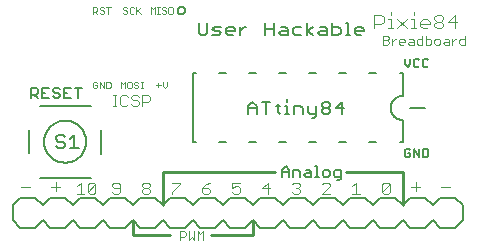
<source format=gto>
G75*
%MOIN*%
%OFA0B0*%
%FSLAX25Y25*%
%IPPOS*%
%LPD*%
%AMOC8*
5,1,8,0,0,1.08239X$1,22.5*
%
%ADD10C,0.00500*%
%ADD11C,0.00800*%
%ADD12C,0.00400*%
%ADD13C,0.01000*%
%ADD14C,0.00600*%
%ADD15C,0.00300*%
%ADD16C,0.00200*%
D10*
X0021147Y0032667D02*
X0020396Y0033417D01*
X0021147Y0032667D02*
X0022648Y0032667D01*
X0023399Y0033417D01*
X0023399Y0034168D01*
X0022648Y0034919D01*
X0021147Y0034919D01*
X0020396Y0035669D01*
X0020396Y0036420D01*
X0021147Y0037170D01*
X0022648Y0037170D01*
X0023399Y0036420D01*
X0025000Y0035669D02*
X0026501Y0037170D01*
X0026501Y0032667D01*
X0025000Y0032667D02*
X0028003Y0032667D01*
X0095814Y0025502D02*
X0095814Y0023167D01*
X0098150Y0023167D02*
X0098150Y0025502D01*
X0096982Y0026670D01*
X0095814Y0025502D01*
X0095814Y0024918D02*
X0098150Y0024918D01*
X0099498Y0025502D02*
X0101249Y0025502D01*
X0101833Y0024918D01*
X0101833Y0023167D01*
X0103181Y0023750D02*
X0103765Y0024334D01*
X0105516Y0024334D01*
X0105516Y0024918D02*
X0105516Y0023167D01*
X0103765Y0023167D01*
X0103181Y0023750D01*
X0104932Y0025502D02*
X0105516Y0024918D01*
X0104932Y0025502D02*
X0103765Y0025502D01*
X0106864Y0026670D02*
X0107448Y0026670D01*
X0107448Y0023167D01*
X0106864Y0023167D02*
X0108032Y0023167D01*
X0109319Y0023750D02*
X0109903Y0023167D01*
X0111071Y0023167D01*
X0111655Y0023750D01*
X0111655Y0024918D01*
X0111071Y0025502D01*
X0109903Y0025502D01*
X0109319Y0024918D01*
X0109319Y0023750D01*
X0113002Y0023750D02*
X0113002Y0024918D01*
X0113586Y0025502D01*
X0115338Y0025502D01*
X0115338Y0022583D01*
X0114754Y0021999D01*
X0114170Y0021999D01*
X0113586Y0023167D02*
X0113002Y0023750D01*
X0113586Y0023167D02*
X0115338Y0023167D01*
X0099498Y0023167D02*
X0099498Y0025502D01*
X0136830Y0030267D02*
X0137281Y0029817D01*
X0138181Y0029817D01*
X0138632Y0030267D01*
X0138632Y0031168D01*
X0137731Y0031168D01*
X0136830Y0032069D02*
X0136830Y0030267D01*
X0139777Y0029817D02*
X0139777Y0032519D01*
X0141578Y0029817D01*
X0141578Y0032519D01*
X0142723Y0032519D02*
X0144074Y0032519D01*
X0144525Y0032069D01*
X0144525Y0030267D01*
X0144074Y0029817D01*
X0142723Y0029817D01*
X0142723Y0032519D01*
X0138632Y0032069D02*
X0138181Y0032519D01*
X0137281Y0032519D01*
X0136830Y0032069D01*
X0137731Y0059817D02*
X0138632Y0060717D01*
X0138632Y0062519D01*
X0139777Y0062069D02*
X0139777Y0060267D01*
X0140227Y0059817D01*
X0141128Y0059817D01*
X0141578Y0060267D01*
X0142723Y0060267D02*
X0143174Y0059817D01*
X0144074Y0059817D01*
X0144525Y0060267D01*
X0142723Y0060267D02*
X0142723Y0062069D01*
X0143174Y0062519D01*
X0144074Y0062519D01*
X0144525Y0062069D01*
X0141578Y0062069D02*
X0141128Y0062519D01*
X0140227Y0062519D01*
X0139777Y0062069D01*
X0136830Y0062519D02*
X0136830Y0060717D01*
X0137731Y0059817D01*
X0061000Y0078667D02*
X0061002Y0078737D01*
X0061008Y0078807D01*
X0061018Y0078876D01*
X0061031Y0078945D01*
X0061049Y0079013D01*
X0061070Y0079080D01*
X0061095Y0079145D01*
X0061124Y0079209D01*
X0061156Y0079272D01*
X0061192Y0079332D01*
X0061231Y0079390D01*
X0061273Y0079446D01*
X0061318Y0079500D01*
X0061366Y0079551D01*
X0061417Y0079599D01*
X0061471Y0079644D01*
X0061527Y0079686D01*
X0061585Y0079725D01*
X0061645Y0079761D01*
X0061708Y0079793D01*
X0061772Y0079822D01*
X0061837Y0079847D01*
X0061904Y0079868D01*
X0061972Y0079886D01*
X0062041Y0079899D01*
X0062110Y0079909D01*
X0062180Y0079915D01*
X0062250Y0079917D01*
X0062320Y0079915D01*
X0062390Y0079909D01*
X0062459Y0079899D01*
X0062528Y0079886D01*
X0062596Y0079868D01*
X0062663Y0079847D01*
X0062728Y0079822D01*
X0062792Y0079793D01*
X0062855Y0079761D01*
X0062915Y0079725D01*
X0062973Y0079686D01*
X0063029Y0079644D01*
X0063083Y0079599D01*
X0063134Y0079551D01*
X0063182Y0079500D01*
X0063227Y0079446D01*
X0063269Y0079390D01*
X0063308Y0079332D01*
X0063344Y0079272D01*
X0063376Y0079209D01*
X0063405Y0079145D01*
X0063430Y0079080D01*
X0063451Y0079013D01*
X0063469Y0078945D01*
X0063482Y0078876D01*
X0063492Y0078807D01*
X0063498Y0078737D01*
X0063500Y0078667D01*
X0063498Y0078597D01*
X0063492Y0078527D01*
X0063482Y0078458D01*
X0063469Y0078389D01*
X0063451Y0078321D01*
X0063430Y0078254D01*
X0063405Y0078189D01*
X0063376Y0078125D01*
X0063344Y0078062D01*
X0063308Y0078002D01*
X0063269Y0077944D01*
X0063227Y0077888D01*
X0063182Y0077834D01*
X0063134Y0077783D01*
X0063083Y0077735D01*
X0063029Y0077690D01*
X0062973Y0077648D01*
X0062915Y0077609D01*
X0062855Y0077573D01*
X0062792Y0077541D01*
X0062728Y0077512D01*
X0062663Y0077487D01*
X0062596Y0077466D01*
X0062528Y0077448D01*
X0062459Y0077435D01*
X0062390Y0077425D01*
X0062320Y0077419D01*
X0062250Y0077417D01*
X0062180Y0077419D01*
X0062110Y0077425D01*
X0062041Y0077435D01*
X0061972Y0077448D01*
X0061904Y0077466D01*
X0061837Y0077487D01*
X0061772Y0077512D01*
X0061708Y0077541D01*
X0061645Y0077573D01*
X0061585Y0077609D01*
X0061527Y0077648D01*
X0061471Y0077690D01*
X0061417Y0077735D01*
X0061366Y0077783D01*
X0061318Y0077834D01*
X0061273Y0077888D01*
X0061231Y0077944D01*
X0061192Y0078002D01*
X0061156Y0078062D01*
X0061124Y0078125D01*
X0061095Y0078189D01*
X0061070Y0078254D01*
X0061049Y0078321D01*
X0061031Y0078389D01*
X0061018Y0078458D01*
X0061008Y0078527D01*
X0061002Y0078597D01*
X0061000Y0078667D01*
D11*
X0006000Y0008667D02*
X0008500Y0006167D01*
X0013500Y0006167D01*
X0016000Y0008667D01*
X0018500Y0006167D01*
X0023500Y0006167D01*
X0026000Y0008667D01*
X0028500Y0006167D01*
X0033500Y0006167D01*
X0036000Y0008667D01*
X0038500Y0006167D01*
X0043500Y0006167D01*
X0046000Y0008667D01*
X0048500Y0006167D01*
X0053500Y0006167D01*
X0056000Y0008667D01*
X0058500Y0006167D01*
X0063500Y0006167D01*
X0066000Y0008667D01*
X0068500Y0006167D01*
X0073500Y0006167D01*
X0076000Y0008667D01*
X0078500Y0006167D01*
X0083500Y0006167D01*
X0086000Y0008667D01*
X0088500Y0006167D01*
X0093500Y0006167D01*
X0096000Y0008667D01*
X0098500Y0006167D01*
X0103500Y0006167D01*
X0106000Y0008667D01*
X0108500Y0006167D01*
X0113500Y0006167D01*
X0116000Y0008667D01*
X0118500Y0006167D01*
X0123500Y0006167D01*
X0126000Y0008667D01*
X0128500Y0006167D01*
X0133500Y0006167D01*
X0136000Y0008667D01*
X0138500Y0006167D01*
X0143500Y0006167D01*
X0146000Y0008667D01*
X0148500Y0006167D01*
X0153500Y0006167D01*
X0156000Y0008667D01*
X0156000Y0013667D01*
X0153500Y0016167D01*
X0148500Y0016167D01*
X0146000Y0013667D01*
X0143500Y0016167D01*
X0138500Y0016167D01*
X0136000Y0013667D01*
X0133500Y0016167D01*
X0128500Y0016167D01*
X0126000Y0013667D01*
X0123500Y0016167D01*
X0118500Y0016167D01*
X0116000Y0013667D01*
X0113500Y0016167D01*
X0108500Y0016167D01*
X0106000Y0013667D01*
X0103500Y0016167D01*
X0098500Y0016167D01*
X0096000Y0013667D01*
X0093500Y0016167D01*
X0088500Y0016167D01*
X0086000Y0013667D01*
X0083500Y0016167D01*
X0078500Y0016167D01*
X0076000Y0013667D01*
X0073500Y0016167D01*
X0068500Y0016167D01*
X0066000Y0013667D01*
X0063500Y0016167D01*
X0058500Y0016167D01*
X0056000Y0013667D01*
X0053500Y0016167D01*
X0048500Y0016167D01*
X0046000Y0013667D01*
X0043500Y0016167D01*
X0038500Y0016167D01*
X0036000Y0013667D01*
X0033500Y0016167D01*
X0028500Y0016167D01*
X0026000Y0013667D01*
X0023500Y0016167D01*
X0018500Y0016167D01*
X0016000Y0013667D01*
X0013500Y0016167D01*
X0008500Y0016167D01*
X0006000Y0013667D01*
X0006000Y0008667D01*
X0015000Y0022917D02*
X0032000Y0022917D01*
X0035500Y0030869D02*
X0035500Y0038917D01*
X0016500Y0034917D02*
X0016502Y0035089D01*
X0016508Y0035260D01*
X0016519Y0035432D01*
X0016534Y0035603D01*
X0016553Y0035774D01*
X0016576Y0035944D01*
X0016603Y0036114D01*
X0016635Y0036283D01*
X0016670Y0036451D01*
X0016710Y0036618D01*
X0016754Y0036784D01*
X0016801Y0036949D01*
X0016853Y0037113D01*
X0016909Y0037275D01*
X0016969Y0037436D01*
X0017033Y0037596D01*
X0017101Y0037754D01*
X0017172Y0037910D01*
X0017247Y0038064D01*
X0017327Y0038217D01*
X0017409Y0038367D01*
X0017496Y0038516D01*
X0017586Y0038662D01*
X0017680Y0038806D01*
X0017777Y0038948D01*
X0017878Y0039087D01*
X0017982Y0039224D01*
X0018089Y0039358D01*
X0018200Y0039489D01*
X0018313Y0039618D01*
X0018430Y0039744D01*
X0018550Y0039867D01*
X0018673Y0039987D01*
X0018799Y0040104D01*
X0018928Y0040217D01*
X0019059Y0040328D01*
X0019193Y0040435D01*
X0019330Y0040539D01*
X0019469Y0040640D01*
X0019611Y0040737D01*
X0019755Y0040831D01*
X0019901Y0040921D01*
X0020050Y0041008D01*
X0020200Y0041090D01*
X0020353Y0041170D01*
X0020507Y0041245D01*
X0020663Y0041316D01*
X0020821Y0041384D01*
X0020981Y0041448D01*
X0021142Y0041508D01*
X0021304Y0041564D01*
X0021468Y0041616D01*
X0021633Y0041663D01*
X0021799Y0041707D01*
X0021966Y0041747D01*
X0022134Y0041782D01*
X0022303Y0041814D01*
X0022473Y0041841D01*
X0022643Y0041864D01*
X0022814Y0041883D01*
X0022985Y0041898D01*
X0023157Y0041909D01*
X0023328Y0041915D01*
X0023500Y0041917D01*
X0023672Y0041915D01*
X0023843Y0041909D01*
X0024015Y0041898D01*
X0024186Y0041883D01*
X0024357Y0041864D01*
X0024527Y0041841D01*
X0024697Y0041814D01*
X0024866Y0041782D01*
X0025034Y0041747D01*
X0025201Y0041707D01*
X0025367Y0041663D01*
X0025532Y0041616D01*
X0025696Y0041564D01*
X0025858Y0041508D01*
X0026019Y0041448D01*
X0026179Y0041384D01*
X0026337Y0041316D01*
X0026493Y0041245D01*
X0026647Y0041170D01*
X0026800Y0041090D01*
X0026950Y0041008D01*
X0027099Y0040921D01*
X0027245Y0040831D01*
X0027389Y0040737D01*
X0027531Y0040640D01*
X0027670Y0040539D01*
X0027807Y0040435D01*
X0027941Y0040328D01*
X0028072Y0040217D01*
X0028201Y0040104D01*
X0028327Y0039987D01*
X0028450Y0039867D01*
X0028570Y0039744D01*
X0028687Y0039618D01*
X0028800Y0039489D01*
X0028911Y0039358D01*
X0029018Y0039224D01*
X0029122Y0039087D01*
X0029223Y0038948D01*
X0029320Y0038806D01*
X0029414Y0038662D01*
X0029504Y0038516D01*
X0029591Y0038367D01*
X0029673Y0038217D01*
X0029753Y0038064D01*
X0029828Y0037910D01*
X0029899Y0037754D01*
X0029967Y0037596D01*
X0030031Y0037436D01*
X0030091Y0037275D01*
X0030147Y0037113D01*
X0030199Y0036949D01*
X0030246Y0036784D01*
X0030290Y0036618D01*
X0030330Y0036451D01*
X0030365Y0036283D01*
X0030397Y0036114D01*
X0030424Y0035944D01*
X0030447Y0035774D01*
X0030466Y0035603D01*
X0030481Y0035432D01*
X0030492Y0035260D01*
X0030498Y0035089D01*
X0030500Y0034917D01*
X0030498Y0034745D01*
X0030492Y0034574D01*
X0030481Y0034402D01*
X0030466Y0034231D01*
X0030447Y0034060D01*
X0030424Y0033890D01*
X0030397Y0033720D01*
X0030365Y0033551D01*
X0030330Y0033383D01*
X0030290Y0033216D01*
X0030246Y0033050D01*
X0030199Y0032885D01*
X0030147Y0032721D01*
X0030091Y0032559D01*
X0030031Y0032398D01*
X0029967Y0032238D01*
X0029899Y0032080D01*
X0029828Y0031924D01*
X0029753Y0031770D01*
X0029673Y0031617D01*
X0029591Y0031467D01*
X0029504Y0031318D01*
X0029414Y0031172D01*
X0029320Y0031028D01*
X0029223Y0030886D01*
X0029122Y0030747D01*
X0029018Y0030610D01*
X0028911Y0030476D01*
X0028800Y0030345D01*
X0028687Y0030216D01*
X0028570Y0030090D01*
X0028450Y0029967D01*
X0028327Y0029847D01*
X0028201Y0029730D01*
X0028072Y0029617D01*
X0027941Y0029506D01*
X0027807Y0029399D01*
X0027670Y0029295D01*
X0027531Y0029194D01*
X0027389Y0029097D01*
X0027245Y0029003D01*
X0027099Y0028913D01*
X0026950Y0028826D01*
X0026800Y0028744D01*
X0026647Y0028664D01*
X0026493Y0028589D01*
X0026337Y0028518D01*
X0026179Y0028450D01*
X0026019Y0028386D01*
X0025858Y0028326D01*
X0025696Y0028270D01*
X0025532Y0028218D01*
X0025367Y0028171D01*
X0025201Y0028127D01*
X0025034Y0028087D01*
X0024866Y0028052D01*
X0024697Y0028020D01*
X0024527Y0027993D01*
X0024357Y0027970D01*
X0024186Y0027951D01*
X0024015Y0027936D01*
X0023843Y0027925D01*
X0023672Y0027919D01*
X0023500Y0027917D01*
X0023328Y0027919D01*
X0023157Y0027925D01*
X0022985Y0027936D01*
X0022814Y0027951D01*
X0022643Y0027970D01*
X0022473Y0027993D01*
X0022303Y0028020D01*
X0022134Y0028052D01*
X0021966Y0028087D01*
X0021799Y0028127D01*
X0021633Y0028171D01*
X0021468Y0028218D01*
X0021304Y0028270D01*
X0021142Y0028326D01*
X0020981Y0028386D01*
X0020821Y0028450D01*
X0020663Y0028518D01*
X0020507Y0028589D01*
X0020353Y0028664D01*
X0020200Y0028744D01*
X0020050Y0028826D01*
X0019901Y0028913D01*
X0019755Y0029003D01*
X0019611Y0029097D01*
X0019469Y0029194D01*
X0019330Y0029295D01*
X0019193Y0029399D01*
X0019059Y0029506D01*
X0018928Y0029617D01*
X0018799Y0029730D01*
X0018673Y0029847D01*
X0018550Y0029967D01*
X0018430Y0030090D01*
X0018313Y0030216D01*
X0018200Y0030345D01*
X0018089Y0030476D01*
X0017982Y0030610D01*
X0017878Y0030747D01*
X0017777Y0030886D01*
X0017680Y0031028D01*
X0017586Y0031172D01*
X0017496Y0031318D01*
X0017409Y0031467D01*
X0017327Y0031617D01*
X0017247Y0031770D01*
X0017172Y0031924D01*
X0017101Y0032080D01*
X0017033Y0032238D01*
X0016969Y0032398D01*
X0016909Y0032559D01*
X0016853Y0032721D01*
X0016801Y0032885D01*
X0016754Y0033050D01*
X0016710Y0033216D01*
X0016670Y0033383D01*
X0016635Y0033551D01*
X0016603Y0033720D01*
X0016576Y0033890D01*
X0016553Y0034060D01*
X0016534Y0034231D01*
X0016519Y0034402D01*
X0016508Y0034574D01*
X0016502Y0034745D01*
X0016500Y0034917D01*
X0011500Y0030988D02*
X0011500Y0038917D01*
X0015000Y0046917D02*
X0032000Y0046917D01*
X0066000Y0057667D02*
X0066000Y0034667D01*
X0067000Y0034667D01*
X0074700Y0034667D02*
X0077300Y0034667D01*
X0084700Y0034667D02*
X0087300Y0034667D01*
X0094700Y0034667D02*
X0097300Y0034667D01*
X0104700Y0034667D02*
X0107300Y0034667D01*
X0114700Y0034667D02*
X0117300Y0034667D01*
X0124700Y0034667D02*
X0127300Y0034667D01*
X0135000Y0034667D02*
X0136000Y0034667D01*
X0136000Y0042167D01*
X0135874Y0042169D01*
X0135749Y0042175D01*
X0135624Y0042185D01*
X0135499Y0042199D01*
X0135374Y0042216D01*
X0135250Y0042238D01*
X0135127Y0042263D01*
X0135005Y0042293D01*
X0134884Y0042326D01*
X0134764Y0042363D01*
X0134645Y0042403D01*
X0134528Y0042448D01*
X0134411Y0042496D01*
X0134297Y0042548D01*
X0134184Y0042603D01*
X0134073Y0042662D01*
X0133964Y0042724D01*
X0133857Y0042790D01*
X0133752Y0042859D01*
X0133649Y0042931D01*
X0133548Y0043006D01*
X0133450Y0043085D01*
X0133355Y0043167D01*
X0133262Y0043251D01*
X0133172Y0043339D01*
X0133084Y0043429D01*
X0133000Y0043522D01*
X0132918Y0043617D01*
X0132839Y0043715D01*
X0132764Y0043816D01*
X0132692Y0043919D01*
X0132623Y0044024D01*
X0132557Y0044131D01*
X0132495Y0044240D01*
X0132436Y0044351D01*
X0132381Y0044464D01*
X0132329Y0044578D01*
X0132281Y0044695D01*
X0132236Y0044812D01*
X0132196Y0044931D01*
X0132159Y0045051D01*
X0132126Y0045172D01*
X0132096Y0045294D01*
X0132071Y0045417D01*
X0132049Y0045541D01*
X0132032Y0045666D01*
X0132018Y0045791D01*
X0132008Y0045916D01*
X0132002Y0046041D01*
X0132000Y0046167D01*
X0132002Y0046293D01*
X0132008Y0046418D01*
X0132018Y0046543D01*
X0132032Y0046668D01*
X0132049Y0046793D01*
X0132071Y0046917D01*
X0132096Y0047040D01*
X0132126Y0047162D01*
X0132159Y0047283D01*
X0132196Y0047403D01*
X0132236Y0047522D01*
X0132281Y0047639D01*
X0132329Y0047756D01*
X0132381Y0047870D01*
X0132436Y0047983D01*
X0132495Y0048094D01*
X0132557Y0048203D01*
X0132623Y0048310D01*
X0132692Y0048415D01*
X0132764Y0048518D01*
X0132839Y0048619D01*
X0132918Y0048717D01*
X0133000Y0048812D01*
X0133084Y0048905D01*
X0133172Y0048995D01*
X0133262Y0049083D01*
X0133355Y0049167D01*
X0133450Y0049249D01*
X0133548Y0049328D01*
X0133649Y0049403D01*
X0133752Y0049475D01*
X0133857Y0049544D01*
X0133964Y0049610D01*
X0134073Y0049672D01*
X0134184Y0049731D01*
X0134297Y0049786D01*
X0134411Y0049838D01*
X0134528Y0049886D01*
X0134645Y0049931D01*
X0134764Y0049971D01*
X0134884Y0050008D01*
X0135005Y0050041D01*
X0135127Y0050071D01*
X0135250Y0050096D01*
X0135374Y0050118D01*
X0135499Y0050135D01*
X0135624Y0050149D01*
X0135749Y0050159D01*
X0135874Y0050165D01*
X0136000Y0050167D01*
X0136000Y0057667D01*
X0135000Y0057667D01*
X0127300Y0057667D02*
X0124700Y0057667D01*
X0117300Y0057667D02*
X0114700Y0057667D01*
X0107300Y0057667D02*
X0104700Y0057667D01*
X0097300Y0057667D02*
X0094700Y0057667D01*
X0087300Y0057667D02*
X0084700Y0057667D01*
X0077300Y0057667D02*
X0074700Y0057667D01*
X0067000Y0057667D02*
X0066000Y0057667D01*
X0084519Y0046869D02*
X0085920Y0048270D01*
X0087321Y0046869D01*
X0087321Y0044067D01*
X0084519Y0044067D02*
X0084519Y0046869D01*
X0084519Y0046168D02*
X0087321Y0046168D01*
X0089123Y0048270D02*
X0091925Y0048270D01*
X0090524Y0048270D02*
X0090524Y0044067D01*
X0094427Y0044767D02*
X0095128Y0044067D01*
X0094427Y0044767D02*
X0094427Y0047570D01*
X0093727Y0046869D02*
X0095128Y0046869D01*
X0096796Y0046869D02*
X0097497Y0046869D01*
X0097497Y0044067D01*
X0098197Y0044067D02*
X0096796Y0044067D01*
X0099865Y0044067D02*
X0099865Y0046869D01*
X0101967Y0046869D01*
X0102668Y0046168D01*
X0102668Y0044067D01*
X0104469Y0044767D02*
X0105170Y0044067D01*
X0107272Y0044067D01*
X0107272Y0043366D02*
X0106571Y0042665D01*
X0105870Y0042665D01*
X0107272Y0043366D02*
X0107272Y0046869D01*
X0109073Y0046869D02*
X0109774Y0046168D01*
X0111175Y0046168D01*
X0111876Y0045468D01*
X0111876Y0044767D01*
X0111175Y0044067D01*
X0109774Y0044067D01*
X0109073Y0044767D01*
X0109073Y0045468D01*
X0109774Y0046168D01*
X0109073Y0046869D02*
X0109073Y0047570D01*
X0109774Y0048270D01*
X0111175Y0048270D01*
X0111876Y0047570D01*
X0111876Y0046869D01*
X0111175Y0046168D01*
X0113677Y0046168D02*
X0116479Y0046168D01*
X0115779Y0048270D02*
X0113677Y0046168D01*
X0115779Y0044067D02*
X0115779Y0048270D01*
X0104469Y0046869D02*
X0104469Y0044767D01*
X0097497Y0048270D02*
X0097497Y0048971D01*
X0138500Y0046167D02*
X0143500Y0046167D01*
X0122289Y0070317D02*
X0120887Y0070317D01*
X0120187Y0071017D01*
X0120187Y0072418D01*
X0120887Y0073119D01*
X0122289Y0073119D01*
X0122989Y0072418D01*
X0122989Y0071718D01*
X0120187Y0071718D01*
X0118519Y0070317D02*
X0117118Y0070317D01*
X0117818Y0070317D02*
X0117818Y0074520D01*
X0117118Y0074520D01*
X0115316Y0072418D02*
X0114615Y0073119D01*
X0112514Y0073119D01*
X0110712Y0072418D02*
X0110712Y0070317D01*
X0108610Y0070317D01*
X0107910Y0071017D01*
X0108610Y0071718D01*
X0110712Y0071718D01*
X0110712Y0072418D02*
X0110012Y0073119D01*
X0108610Y0073119D01*
X0106175Y0073119D02*
X0104073Y0071718D01*
X0106175Y0070317D01*
X0104073Y0070317D02*
X0104073Y0074520D01*
X0102272Y0073119D02*
X0100170Y0073119D01*
X0099469Y0072418D01*
X0099469Y0071017D01*
X0100170Y0070317D01*
X0102272Y0070317D01*
X0097668Y0070317D02*
X0097668Y0072418D01*
X0096967Y0073119D01*
X0095566Y0073119D01*
X0095566Y0071718D02*
X0097668Y0071718D01*
X0097668Y0070317D02*
X0095566Y0070317D01*
X0094865Y0071017D01*
X0095566Y0071718D01*
X0093064Y0072418D02*
X0090261Y0072418D01*
X0090261Y0070317D02*
X0090261Y0074520D01*
X0093064Y0074520D02*
X0093064Y0070317D01*
X0083923Y0073119D02*
X0083222Y0073119D01*
X0081821Y0071718D01*
X0081821Y0070317D02*
X0081821Y0073119D01*
X0080019Y0072418D02*
X0080019Y0071718D01*
X0077217Y0071718D01*
X0077217Y0072418D02*
X0077217Y0071017D01*
X0077918Y0070317D01*
X0079319Y0070317D01*
X0075415Y0071017D02*
X0074715Y0071718D01*
X0073314Y0071718D01*
X0072613Y0072418D01*
X0073314Y0073119D01*
X0075415Y0073119D01*
X0077217Y0072418D02*
X0077918Y0073119D01*
X0079319Y0073119D01*
X0080019Y0072418D01*
X0075415Y0071017D02*
X0074715Y0070317D01*
X0072613Y0070317D01*
X0070811Y0071017D02*
X0070811Y0074520D01*
X0068009Y0074520D02*
X0068009Y0071017D01*
X0068710Y0070317D01*
X0070111Y0070317D01*
X0070811Y0071017D01*
X0112514Y0070317D02*
X0114615Y0070317D01*
X0115316Y0071017D01*
X0115316Y0072418D01*
X0112514Y0074520D02*
X0112514Y0070317D01*
D12*
X0126621Y0072617D02*
X0126621Y0077221D01*
X0128923Y0077221D01*
X0129690Y0076453D01*
X0129690Y0074919D01*
X0128923Y0074151D01*
X0126621Y0074151D01*
X0131225Y0072617D02*
X0132759Y0072617D01*
X0131992Y0072617D02*
X0131992Y0075686D01*
X0131225Y0075686D01*
X0131992Y0077221D02*
X0131992Y0077988D01*
X0134294Y0075686D02*
X0137363Y0072617D01*
X0138898Y0072617D02*
X0140433Y0072617D01*
X0139665Y0072617D02*
X0139665Y0075686D01*
X0138898Y0075686D01*
X0137363Y0075686D02*
X0134294Y0072617D01*
X0139665Y0077221D02*
X0139665Y0077988D01*
X0141967Y0074919D02*
X0142735Y0075686D01*
X0144269Y0075686D01*
X0145037Y0074919D01*
X0145037Y0074151D01*
X0141967Y0074151D01*
X0141967Y0073384D02*
X0141967Y0074919D01*
X0141967Y0073384D02*
X0142735Y0072617D01*
X0144269Y0072617D01*
X0146571Y0073384D02*
X0146571Y0074151D01*
X0147339Y0074919D01*
X0148873Y0074919D01*
X0149640Y0074151D01*
X0149640Y0073384D01*
X0148873Y0072617D01*
X0147339Y0072617D01*
X0146571Y0073384D01*
X0147339Y0074919D02*
X0146571Y0075686D01*
X0146571Y0076453D01*
X0147339Y0077221D01*
X0148873Y0077221D01*
X0149640Y0076453D01*
X0149640Y0075686D01*
X0148873Y0074919D01*
X0151175Y0074919D02*
X0154244Y0074919D01*
X0153477Y0077221D02*
X0151175Y0074919D01*
X0153477Y0072617D02*
X0153477Y0077221D01*
X0140433Y0021453D02*
X0140433Y0018384D01*
X0138898Y0019919D02*
X0141967Y0019919D01*
X0148898Y0019919D02*
X0151967Y0019919D01*
X0069542Y0005069D02*
X0069542Y0002267D01*
X0067673Y0002267D02*
X0067673Y0005069D01*
X0068607Y0004135D01*
X0069542Y0005069D01*
X0066595Y0005069D02*
X0066595Y0002267D01*
X0065661Y0003201D01*
X0064727Y0002267D01*
X0064727Y0005069D01*
X0063648Y0004602D02*
X0063181Y0005069D01*
X0061780Y0005069D01*
X0061780Y0002267D01*
X0061780Y0003201D02*
X0063181Y0003201D01*
X0063648Y0003668D01*
X0063648Y0004602D01*
X0021967Y0019919D02*
X0018898Y0019919D01*
X0020433Y0021453D02*
X0020433Y0018384D01*
X0011967Y0019919D02*
X0008898Y0019919D01*
D13*
X0046000Y0008667D02*
X0046000Y0003667D01*
X0058500Y0003667D01*
X0072250Y0003667D02*
X0086000Y0003667D01*
X0086000Y0008667D01*
X0056000Y0013667D02*
X0056000Y0024917D01*
X0093500Y0024917D01*
X0117250Y0024917D02*
X0136000Y0024917D01*
X0136000Y0013667D01*
D14*
X0027959Y0049467D02*
X0027959Y0052870D01*
X0026825Y0052870D02*
X0029093Y0052870D01*
X0025410Y0052870D02*
X0023142Y0052870D01*
X0023142Y0049467D01*
X0025410Y0049467D01*
X0024276Y0051168D02*
X0023142Y0051168D01*
X0021727Y0050601D02*
X0021727Y0050034D01*
X0021160Y0049467D01*
X0020026Y0049467D01*
X0019458Y0050034D01*
X0018044Y0049467D02*
X0015775Y0049467D01*
X0015775Y0052870D01*
X0018044Y0052870D01*
X0019458Y0052302D02*
X0019458Y0051735D01*
X0020026Y0051168D01*
X0021160Y0051168D01*
X0021727Y0050601D01*
X0021727Y0052302D02*
X0021160Y0052870D01*
X0020026Y0052870D01*
X0019458Y0052302D01*
X0016910Y0051168D02*
X0015775Y0051168D01*
X0014361Y0051168D02*
X0013794Y0050601D01*
X0012092Y0050601D01*
X0012092Y0049467D02*
X0012092Y0052870D01*
X0013794Y0052870D01*
X0014361Y0052302D01*
X0014361Y0051168D01*
X0013226Y0050601D02*
X0014361Y0049467D01*
D15*
X0039398Y0050520D02*
X0040632Y0050520D01*
X0040015Y0050520D02*
X0040015Y0046817D01*
X0039398Y0046817D02*
X0040632Y0046817D01*
X0041853Y0047434D02*
X0042470Y0046817D01*
X0043705Y0046817D01*
X0044322Y0047434D01*
X0045536Y0047434D02*
X0046153Y0046817D01*
X0047388Y0046817D01*
X0048005Y0047434D01*
X0048005Y0048051D01*
X0047388Y0048668D01*
X0046153Y0048668D01*
X0045536Y0049285D01*
X0045536Y0049903D01*
X0046153Y0050520D01*
X0047388Y0050520D01*
X0048005Y0049903D01*
X0049219Y0050520D02*
X0051071Y0050520D01*
X0051688Y0049903D01*
X0051688Y0048668D01*
X0051071Y0048051D01*
X0049219Y0048051D01*
X0049219Y0046817D02*
X0049219Y0050520D01*
X0044322Y0049903D02*
X0043705Y0050520D01*
X0042470Y0050520D01*
X0041853Y0049903D01*
X0041853Y0047434D01*
X0041160Y0021270D02*
X0039926Y0021270D01*
X0039308Y0020653D01*
X0039308Y0020035D01*
X0039926Y0019418D01*
X0041777Y0019418D01*
X0041777Y0018184D02*
X0041777Y0020653D01*
X0041160Y0021270D01*
X0041777Y0018184D02*
X0041160Y0017567D01*
X0039926Y0017567D01*
X0039308Y0018184D01*
X0033619Y0018184D02*
X0033002Y0017567D01*
X0031767Y0017567D01*
X0031150Y0018184D01*
X0033619Y0020653D01*
X0033619Y0018184D01*
X0031150Y0018184D02*
X0031150Y0020653D01*
X0031767Y0021270D01*
X0033002Y0021270D01*
X0033619Y0020653D01*
X0028701Y0021270D02*
X0028701Y0017567D01*
X0027467Y0017567D02*
X0029936Y0017567D01*
X0027467Y0020035D02*
X0028701Y0021270D01*
X0049308Y0020653D02*
X0049308Y0020035D01*
X0049926Y0019418D01*
X0051160Y0019418D01*
X0051777Y0018801D01*
X0051777Y0018184D01*
X0051160Y0017567D01*
X0049926Y0017567D01*
X0049308Y0018184D01*
X0049308Y0018801D01*
X0049926Y0019418D01*
X0051160Y0019418D02*
X0051777Y0020035D01*
X0051777Y0020653D01*
X0051160Y0021270D01*
X0049926Y0021270D01*
X0049308Y0020653D01*
X0059308Y0021270D02*
X0061777Y0021270D01*
X0061777Y0020653D01*
X0059308Y0018184D01*
X0059308Y0017567D01*
X0069308Y0018184D02*
X0069926Y0017567D01*
X0071160Y0017567D01*
X0071777Y0018184D01*
X0071777Y0018801D01*
X0071160Y0019418D01*
X0069308Y0019418D01*
X0069308Y0018184D01*
X0069308Y0019418D02*
X0070543Y0020653D01*
X0071777Y0021270D01*
X0079308Y0021270D02*
X0079308Y0019418D01*
X0080543Y0020035D01*
X0081160Y0020035D01*
X0081777Y0019418D01*
X0081777Y0018184D01*
X0081160Y0017567D01*
X0079926Y0017567D01*
X0079308Y0018184D01*
X0079308Y0021270D02*
X0081777Y0021270D01*
X0089308Y0019418D02*
X0091777Y0019418D01*
X0091160Y0021270D02*
X0089308Y0019418D01*
X0091160Y0017567D02*
X0091160Y0021270D01*
X0099308Y0020653D02*
X0099926Y0021270D01*
X0101160Y0021270D01*
X0101777Y0020653D01*
X0101777Y0020035D01*
X0101160Y0019418D01*
X0101777Y0018801D01*
X0101777Y0018184D01*
X0101160Y0017567D01*
X0099926Y0017567D01*
X0099308Y0018184D01*
X0100543Y0019418D02*
X0101160Y0019418D01*
X0109308Y0020653D02*
X0109926Y0021270D01*
X0111160Y0021270D01*
X0111777Y0020653D01*
X0111777Y0020035D01*
X0109308Y0017567D01*
X0111777Y0017567D01*
X0119308Y0017567D02*
X0121777Y0017567D01*
X0120543Y0017567D02*
X0120543Y0021270D01*
X0119308Y0020035D01*
X0129308Y0020653D02*
X0129308Y0018184D01*
X0131777Y0020653D01*
X0131777Y0018184D01*
X0131160Y0017567D01*
X0129926Y0017567D01*
X0129308Y0018184D01*
X0129308Y0020653D02*
X0129926Y0021270D01*
X0131160Y0021270D01*
X0131777Y0020653D01*
X0132355Y0067217D02*
X0132355Y0069152D01*
X0133323Y0069152D02*
X0133806Y0069152D01*
X0133323Y0069152D02*
X0132355Y0068184D01*
X0131343Y0068184D02*
X0131343Y0067700D01*
X0130860Y0067217D01*
X0129409Y0067217D01*
X0129409Y0070119D01*
X0130860Y0070119D01*
X0131343Y0069635D01*
X0131343Y0069152D01*
X0130860Y0068668D01*
X0129409Y0068668D01*
X0130860Y0068668D02*
X0131343Y0068184D01*
X0134810Y0068184D02*
X0136745Y0068184D01*
X0136745Y0068668D01*
X0136262Y0069152D01*
X0135294Y0069152D01*
X0134810Y0068668D01*
X0134810Y0067700D01*
X0135294Y0067217D01*
X0136262Y0067217D01*
X0137757Y0067700D02*
X0138241Y0068184D01*
X0139692Y0068184D01*
X0139692Y0068668D02*
X0139692Y0067217D01*
X0138241Y0067217D01*
X0137757Y0067700D01*
X0139208Y0069152D02*
X0139692Y0068668D01*
X0139208Y0069152D02*
X0138241Y0069152D01*
X0140703Y0068668D02*
X0141187Y0069152D01*
X0142638Y0069152D01*
X0142638Y0070119D02*
X0142638Y0067217D01*
X0141187Y0067217D01*
X0140703Y0067700D01*
X0140703Y0068668D01*
X0143650Y0069152D02*
X0145101Y0069152D01*
X0145585Y0068668D01*
X0145585Y0067700D01*
X0145101Y0067217D01*
X0143650Y0067217D01*
X0143650Y0070119D01*
X0146597Y0068668D02*
X0146597Y0067700D01*
X0147080Y0067217D01*
X0148048Y0067217D01*
X0148531Y0067700D01*
X0148531Y0068668D01*
X0148048Y0069152D01*
X0147080Y0069152D01*
X0146597Y0068668D01*
X0149543Y0067700D02*
X0150027Y0067217D01*
X0151478Y0067217D01*
X0151478Y0068668D01*
X0150994Y0069152D01*
X0150027Y0069152D01*
X0150027Y0068184D02*
X0151478Y0068184D01*
X0152490Y0068184D02*
X0153457Y0069152D01*
X0153941Y0069152D01*
X0154945Y0068668D02*
X0155429Y0069152D01*
X0156880Y0069152D01*
X0156880Y0070119D02*
X0156880Y0067217D01*
X0155429Y0067217D01*
X0154945Y0067700D01*
X0154945Y0068668D01*
X0152490Y0069152D02*
X0152490Y0067217D01*
X0150027Y0068184D02*
X0149543Y0067700D01*
D16*
X0059409Y0077884D02*
X0059409Y0079352D01*
X0059042Y0079719D01*
X0058309Y0079719D01*
X0057942Y0079352D01*
X0057942Y0077884D01*
X0058309Y0077517D01*
X0059042Y0077517D01*
X0059409Y0077884D01*
X0057200Y0077884D02*
X0057200Y0078251D01*
X0056833Y0078618D01*
X0056099Y0078618D01*
X0055732Y0078985D01*
X0055732Y0079352D01*
X0056099Y0079719D01*
X0056833Y0079719D01*
X0057200Y0079352D01*
X0057200Y0077884D02*
X0056833Y0077517D01*
X0056099Y0077517D01*
X0055732Y0077884D01*
X0054992Y0077517D02*
X0054258Y0077517D01*
X0054625Y0077517D02*
X0054625Y0079719D01*
X0054258Y0079719D02*
X0054992Y0079719D01*
X0053516Y0079719D02*
X0053516Y0077517D01*
X0052049Y0077517D02*
X0052049Y0079719D01*
X0052782Y0078985D01*
X0053516Y0079719D01*
X0048673Y0079719D02*
X0047205Y0078251D01*
X0047572Y0078618D02*
X0048673Y0077517D01*
X0047205Y0077517D02*
X0047205Y0079719D01*
X0046463Y0079352D02*
X0046096Y0079719D01*
X0045362Y0079719D01*
X0044995Y0079352D01*
X0044995Y0077884D01*
X0045362Y0077517D01*
X0046096Y0077517D01*
X0046463Y0077884D01*
X0044253Y0077884D02*
X0044253Y0078251D01*
X0043886Y0078618D01*
X0043152Y0078618D01*
X0042785Y0078985D01*
X0042785Y0079352D01*
X0043152Y0079719D01*
X0043886Y0079719D01*
X0044253Y0079352D01*
X0044253Y0077884D02*
X0043886Y0077517D01*
X0043152Y0077517D01*
X0042785Y0077884D01*
X0038673Y0079719D02*
X0037205Y0079719D01*
X0037939Y0079719D02*
X0037939Y0077517D01*
X0036463Y0077884D02*
X0036463Y0078251D01*
X0036096Y0078618D01*
X0035362Y0078618D01*
X0034995Y0078985D01*
X0034995Y0079352D01*
X0035362Y0079719D01*
X0036096Y0079719D01*
X0036463Y0079352D01*
X0034253Y0079352D02*
X0034253Y0078618D01*
X0033886Y0078251D01*
X0032785Y0078251D01*
X0033519Y0078251D02*
X0034253Y0077517D01*
X0034995Y0077884D02*
X0035362Y0077517D01*
X0036096Y0077517D01*
X0036463Y0077884D01*
X0034253Y0079352D02*
X0033886Y0079719D01*
X0032785Y0079719D01*
X0032785Y0077517D01*
X0033152Y0054819D02*
X0032785Y0054452D01*
X0032785Y0052984D01*
X0033152Y0052617D01*
X0033886Y0052617D01*
X0034253Y0052984D01*
X0034253Y0053718D01*
X0033519Y0053718D01*
X0034253Y0054452D02*
X0033886Y0054819D01*
X0033152Y0054819D01*
X0034995Y0054819D02*
X0036463Y0052617D01*
X0036463Y0054819D01*
X0037205Y0054819D02*
X0038306Y0054819D01*
X0038673Y0054452D01*
X0038673Y0052984D01*
X0038306Y0052617D01*
X0037205Y0052617D01*
X0037205Y0054819D01*
X0034995Y0054819D02*
X0034995Y0052617D01*
X0042049Y0052617D02*
X0042049Y0054819D01*
X0042782Y0054085D01*
X0043516Y0054819D01*
X0043516Y0052617D01*
X0044258Y0052984D02*
X0044625Y0052617D01*
X0045359Y0052617D01*
X0045726Y0052984D01*
X0045726Y0054452D01*
X0045359Y0054819D01*
X0044625Y0054819D01*
X0044258Y0054452D01*
X0044258Y0052984D01*
X0046468Y0052984D02*
X0046835Y0052617D01*
X0047569Y0052617D01*
X0047936Y0052984D01*
X0047936Y0053351D01*
X0047569Y0053718D01*
X0046835Y0053718D01*
X0046468Y0054085D01*
X0046468Y0054452D01*
X0046835Y0054819D01*
X0047569Y0054819D01*
X0047936Y0054452D01*
X0048678Y0054819D02*
X0049412Y0054819D01*
X0049045Y0054819D02*
X0049045Y0052617D01*
X0048678Y0052617D02*
X0049412Y0052617D01*
X0053890Y0053718D02*
X0055358Y0053718D01*
X0056100Y0053351D02*
X0056834Y0052617D01*
X0057568Y0053351D01*
X0057568Y0054819D01*
X0056100Y0054819D02*
X0056100Y0053351D01*
X0054624Y0052984D02*
X0054624Y0054452D01*
M02*

</source>
